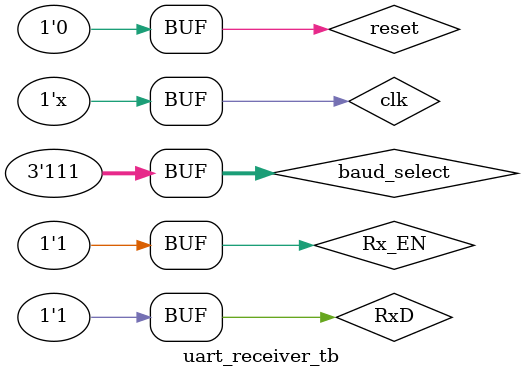
<source format=v>
`timescale 1ns/1ps
`define clock_period 10

module uart_receiver_tb;

reg clk, reset, Rx_EN, RxD;
reg [2:0] baud_select;
wire [7:0] Rx_DATA;

//Instantiation of uart_transmmiter module
uart_receiver uart_receiver_tb(reset, clk, Rx_DATA, baud_select, Rx_EN, RxD, Rx_FERROR, Rx_PERROR, Rx_VALID);

initial
    begin

        //$dumpfile("tb_dumpfile.vcd");
        //$dumpvars(0, uart_receiver_tb);
  

        clk = 1'b0;
        baud_select = 3'b111;
        RxD = 1'b1;
        reset = 1'b1;
        Rx_EN = 1'b1;
        #10 reset = 1'b0;
        #8790 RxD=0;
        #8800 RxD=0;
        #8800 RxD=1;
        #8800 RxD=0;
        #8800 RxD=1;
        #8800 RxD=0;
        #8800 RxD=1;
        #8800 RxD=0;
        #8800 RxD=1;
        #8800 RxD=0;
        #8800 RxD=1;
        #(1000000*`clock_period);
    end

//Generate clock
always  
   #(`clock_period / 2) clk = ~clk; 

endmodule
</source>
